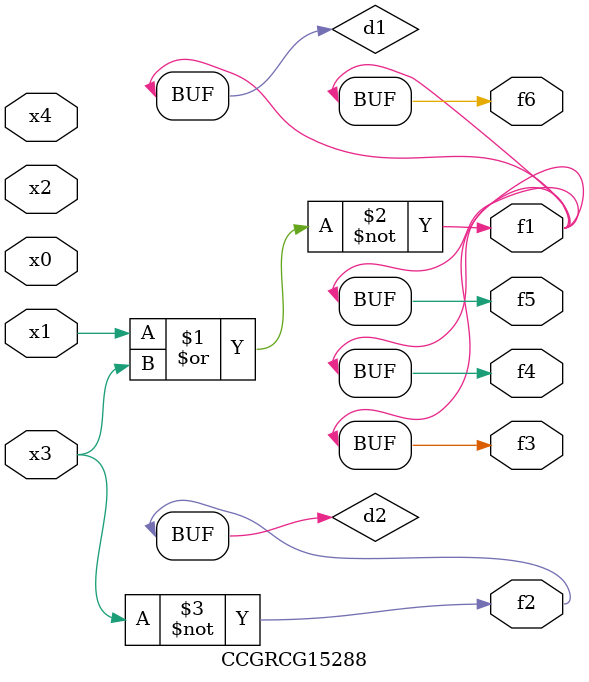
<source format=v>
module CCGRCG15288(
	input x0, x1, x2, x3, x4,
	output f1, f2, f3, f4, f5, f6
);

	wire d1, d2;

	nor (d1, x1, x3);
	not (d2, x3);
	assign f1 = d1;
	assign f2 = d2;
	assign f3 = d1;
	assign f4 = d1;
	assign f5 = d1;
	assign f6 = d1;
endmodule

</source>
